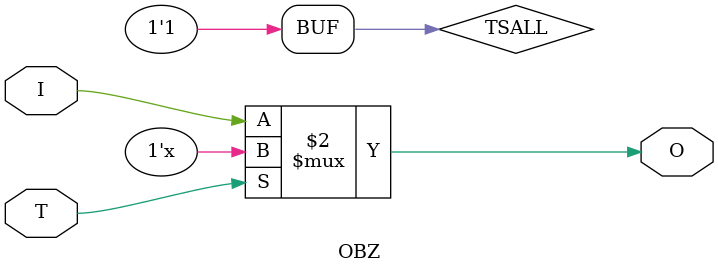
<source format=v>
`resetall
`timescale 1 ns / 1 ps

`celldefine

module OBZ (I, T, O);
  input  I, T;
  output O;

  supply1 TSALL;
//  tri1 TSALL = TSALL_INST.TSALLNET;

  not INST1 (TO, T);
  and INST2 (T_AND, TO, TSALL);
  bufif1 INST5 (O, I, T_AND);


endmodule 

`endcelldefine

</source>
